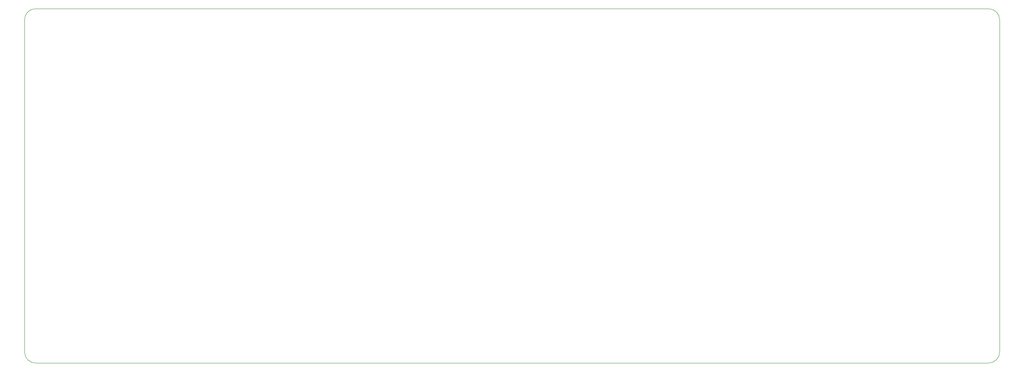
<source format=gbr>
%TF.GenerationSoftware,KiCad,Pcbnew,(5.1.9)-1*%
%TF.CreationDate,2021-08-31T12:46:26-07:00*%
%TF.ProjectId,warpstone,77617270-7374-46f6-9e65-2e6b69636164,rev?*%
%TF.SameCoordinates,Original*%
%TF.FileFunction,Profile,NP*%
%FSLAX46Y46*%
G04 Gerber Fmt 4.6, Leading zero omitted, Abs format (unit mm)*
G04 Created by KiCad (PCBNEW (5.1.9)-1) date 2021-08-31 12:46:26*
%MOMM*%
%LPD*%
G01*
G04 APERTURE LIST*
%TA.AperFunction,Profile*%
%ADD10C,0.050000*%
%TD*%
G04 APERTURE END LIST*
D10*
X30956380Y-30956380D02*
G75*
G02*
X33337640Y-28575120I2381260J0D01*
G01*
X33337640Y-104775440D02*
G75*
G02*
X30956380Y-102394180I0J2381260D01*
G01*
X240507260Y-102394180D02*
G75*
G02*
X238126000Y-104775440I-2381260J0D01*
G01*
X238126000Y-28575120D02*
G75*
G02*
X240507260Y-30956380I0J-2381260D01*
G01*
X240507260Y-102394180D02*
X240507260Y-30956380D01*
X33337640Y-104775440D02*
X238126000Y-104775440D01*
X30956380Y-30956380D02*
X30956380Y-102394180D01*
X238126000Y-28575120D02*
X33337640Y-28575120D01*
M02*

</source>
